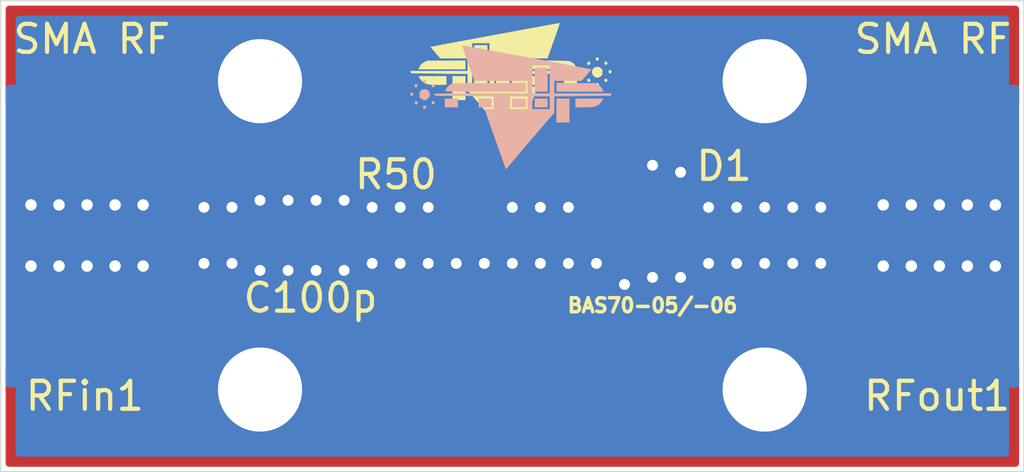
<source format=kicad_pcb>
(kicad_pcb (version 20171130) (host pcbnew "(5.1.7)-1")

  (general
    (thickness 1.6)
    (drawings 12)
    (tracks 54)
    (zones 0)
    (modules 7)
    (nets 5)
  )

  (page A4)
  (layers
    (0 F.Cu signal)
    (31 B.Cu signal)
    (32 B.Adhes user)
    (33 F.Adhes user)
    (34 B.Paste user)
    (35 F.Paste user)
    (36 B.SilkS user)
    (37 F.SilkS user)
    (38 B.Mask user)
    (39 F.Mask user)
    (40 Dwgs.User user)
    (41 Cmts.User user)
    (42 Eco1.User user)
    (43 Eco2.User user)
    (44 Edge.Cuts user)
    (45 Margin user)
    (46 B.CrtYd user)
    (47 F.CrtYd user)
    (48 B.Fab user)
    (49 F.Fab user)
  )

  (setup
    (last_trace_width 0.25)
    (user_trace_width 1)
    (trace_clearance 0.2)
    (zone_clearance 0.508)
    (zone_45_only no)
    (trace_min 0.2)
    (via_size 0.8)
    (via_drill 0.4)
    (via_min_size 0.4)
    (via_min_drill 0.3)
    (user_via 0.4 0.39)
    (user_via 3.01 3)
    (uvia_size 0.3)
    (uvia_drill 0.1)
    (uvias_allowed no)
    (uvia_min_size 0.2)
    (uvia_min_drill 0.1)
    (edge_width 0.05)
    (segment_width 0.2)
    (pcb_text_width 0.3)
    (pcb_text_size 1.5 1.5)
    (mod_edge_width 0.12)
    (mod_text_size 1 1)
    (mod_text_width 0.15)
    (pad_size 1.524 1.524)
    (pad_drill 0.762)
    (pad_to_mask_clearance 0)
    (aux_axis_origin 0 0)
    (grid_origin 139.35 79.87)
    (visible_elements 7FFFFFFF)
    (pcbplotparams
      (layerselection 0x010fc_ffffffff)
      (usegerberextensions false)
      (usegerberattributes true)
      (usegerberadvancedattributes true)
      (creategerberjobfile true)
      (excludeedgelayer true)
      (linewidth 0.100000)
      (plotframeref false)
      (viasonmask false)
      (mode 1)
      (useauxorigin false)
      (hpglpennumber 1)
      (hpglpenspeed 20)
      (hpglpendiameter 15.000000)
      (psnegative false)
      (psa4output false)
      (plotreference true)
      (plotvalue true)
      (plotinvisibletext false)
      (padsonsilk false)
      (subtractmaskfromsilk false)
      (outputformat 1)
      (mirror false)
      (drillshape 1)
      (scaleselection 1)
      (outputdirectory ""))
  )

  (net 0 "")
  (net 1 /EdgeNet)
  (net 2 /RFin)
  (net 3 /RFout)
  (net 4 GND)

  (net_class Default "This is the default net class."
    (clearance 0.2)
    (trace_width 0.25)
    (via_dia 0.8)
    (via_drill 0.4)
    (uvia_dia 0.3)
    (uvia_drill 0.1)
    (add_net /EdgeNet)
    (add_net /RFin)
    (add_net /RFout)
    (add_net GND)
  )

  (module "KiCAD libraries:qlm logo mono" (layer B.Cu) (tedit 0) (tstamp 5F99AB8E)
    (at 148.3 80.8 180)
    (fp_text reference G*** (at 0 0) (layer B.SilkS) hide
      (effects (font (size 1.524 1.524) (thickness 0.3)) (justify mirror))
    )
    (fp_text value LOGO (at 0.75 0) (layer B.SilkS) hide
      (effects (font (size 1.524 1.524) (thickness 0.3)) (justify mirror))
    )
    (fp_poly (pts (xy 1.735721 2.198458) (xy 1.73368 2.184751) (xy 1.722822 2.147505) (xy 1.702814 2.085761)
      (xy 1.673321 1.998559) (xy 1.634012 1.88494) (xy 1.584552 1.743946) (xy 1.524608 1.574617)
      (xy 1.453846 1.375995) (xy 1.371934 1.14712) (xy 1.317281 0.994834) (xy 1.300554 0.948267)
      (xy -0.592666 0.948267) (xy -0.592666 0.491067) (xy 1.064988 0.491067) (xy 1.344136 0.491007)
      (xy 1.591263 0.490808) (xy 1.808216 0.490446) (xy 1.996843 0.489894) (xy 2.158988 0.489127)
      (xy 2.2965 0.488118) (xy 2.411223 0.486841) (xy 2.505006 0.485272) (xy 2.579694 0.483384)
      (xy 2.637133 0.48115) (xy 2.67917 0.478547) (xy 2.707652 0.475546) (xy 2.724424 0.472123)
      (xy 2.731334 0.468252) (xy 2.731599 0.467731) (xy 2.735626 0.452922) (xy 2.733386 0.440702)
      (xy 2.722026 0.430822) (xy 2.698696 0.423036) (xy 2.660544 0.417096) (xy 2.604719 0.412755)
      (xy 2.528369 0.409764) (xy 2.428643 0.407877) (xy 2.30269 0.406846) (xy 2.147658 0.406424)
      (xy 2.02438 0.406359) (xy 1.857031 0.406045) (xy 1.684028 0.405172) (xy 1.512076 0.403811)
      (xy 1.347878 0.402033) (xy 1.198137 0.39991) (xy 1.069559 0.397514) (xy 0.9779 0.395196)
      (xy 0.6096 0.384074) (xy 0.6096 -0.067733) (xy 0.770467 -0.067733) (xy 0.839592 -0.068836)
      (xy 0.893838 -0.071801) (xy 0.925851 -0.076112) (xy 0.931334 -0.079033) (xy 0.925785 -0.096528)
      (xy 0.909774 -0.143208) (xy 0.884255 -0.216373) (xy 0.850182 -0.313322) (xy 0.808509 -0.431357)
      (xy 0.760189 -0.567776) (xy 0.706176 -0.719881) (xy 0.647424 -0.88497) (xy 0.584887 -1.060345)
      (xy 0.564944 -1.116199) (xy 0.501015 -1.29528) (xy 0.440226 -1.465727) (xy 0.383576 -1.624731)
      (xy 0.332062 -1.769482) (xy 0.286682 -1.89717) (xy 0.248437 -2.004985) (xy 0.218322 -2.090119)
      (xy 0.197338 -2.149761) (xy 0.186481 -2.181101) (xy 0.1854 -2.1844) (xy 0.17555 -2.208557)
      (xy 0.170789 -2.206523) (xy 0.159776 -2.190769) (xy 0.128331 -2.151371) (xy 0.078144 -2.09033)
      (xy 0.0109 -2.009647) (xy -0.071712 -1.911323) (xy -0.168004 -1.79736) (xy -0.276289 -1.66976)
      (xy -0.39488 -1.530524) (xy -0.522088 -1.381652) (xy -0.656225 -1.225148) (xy -0.6858 -1.190704)
      (xy -1.540933 -0.195094) (xy -1.540933 0.389467) (xy -1.388533 0.389467) (xy -1.388533 -0.067733)
      (xy -0.762 -0.067733) (xy -0.762 0.389467) (xy -0.592666 0.389467) (xy -0.592666 -0.067733)
      (xy 0.033867 -0.067733) (xy 0.033867 0.389467) (xy -0.592666 0.389467) (xy -0.762 0.389467)
      (xy -1.388533 0.389467) (xy -1.540933 0.389467) (xy -1.697567 0.391853) (xy -1.745786 0.392534)
      (xy -1.823853 0.393567) (xy -1.92775 0.394904) (xy -2.053461 0.396494) (xy -2.196969 0.398285)
      (xy -2.354257 0.400229) (xy -2.521308 0.402274) (xy -2.694105 0.40437) (xy -2.709333 0.404553)
      (xy -3.564466 0.414867) (xy -3.569878 0.452967) (xy -3.575289 0.491067) (xy -1.540933 0.491067)
      (xy -1.540933 0.948267) (xy -2.519768 0.948267) (xy -2.863402 1.345809) (xy -2.816001 1.357266)
      (xy -2.783941 1.364088) (xy -2.722028 1.376361) (xy -2.63259 1.393655) (xy -2.517958 1.415538)
      (xy -2.380459 1.441582) (xy -2.222425 1.471354) (xy -2.122344 1.490134) (xy -1.388533 1.490134)
      (xy -1.388533 0.491067) (xy -0.762 0.491067) (xy -0.762 1.490134) (xy -1.388533 1.490134)
      (xy -2.122344 1.490134) (xy -2.046184 1.504425) (xy -1.854065 1.540364) (xy -1.648398 1.57874)
      (xy -1.431512 1.619124) (xy -1.205736 1.661084) (xy -0.9734 1.704191) (xy -0.736833 1.748013)
      (xy -0.498365 1.79212) (xy -0.260324 1.836082) (xy -0.02504 1.879469) (xy 0.205158 1.921849)
      (xy 0.427939 1.962793) (xy 0.640976 2.001869) (xy 0.841938 2.038648) (xy 1.028497 2.072699)
      (xy 1.198323 2.103591) (xy 1.349086 2.130894) (xy 1.478457 2.154177) (xy 1.584108 2.173011)
      (xy 1.663708 2.186964) (xy 1.714929 2.195606) (xy 1.735441 2.198506) (xy 1.735721 2.198458)) (layer B.SilkS) (width 0.01))
    (fp_poly (pts (xy -1.6256 -0.541866) (xy -2.0828 -0.541866) (xy -2.0828 0.304801) (xy -1.6256 0.304801)
      (xy -1.6256 -0.541866)) (layer B.SilkS) (width 0.01))
    (fp_poly (pts (xy 3.126484 0.035911) (xy 3.132667 0.008467) (xy 3.122258 -0.022198) (xy 3.099163 -0.045572)
      (xy 3.076249 -0.049463) (xy 3.060583 -0.042969) (xy 3.052233 -0.039585) (xy 3.034725 -0.017268)
      (xy 3.032572 0.017786) (xy 3.045027 0.04852) (xy 3.056467 0.056924) (xy 3.098528 0.059505)
      (xy 3.126484 0.035911)) (layer B.SilkS) (width 0.01))
    (fp_poly (pts (xy -2.302933 0) (xy -2.595033 0.001856) (xy -2.696831 0.003285) (xy -2.79197 0.006055)
      (xy -2.873085 0.009844) (xy -2.932811 0.01433) (xy -2.957806 0.017685) (xy -3.068874 0.056298)
      (xy -3.164133 0.123445) (xy -3.239294 0.215812) (xy -3.258206 0.249767) (xy -3.285936 0.304801)
      (xy -2.302933 0.304801) (xy -2.302933 0)) (layer B.SilkS) (width 0.01))
    (fp_poly (pts (xy 1.151467 0) (xy 0.694267 0) (xy 0.694267 0.304801) (xy 1.151467 0.304801)
      (xy 1.151467 0)) (layer B.SilkS) (width 0.01))
    (fp_poly (pts (xy 2.353734 0) (xy 1.896534 0) (xy 1.896534 0.304801) (xy 2.353734 0.304801)
      (xy 2.353734 0)) (layer B.SilkS) (width 0.01))
    (fp_poly (pts (xy 2.820283 0.189394) (xy 2.82455 0.154615) (xy 2.807945 0.116574) (xy 2.772904 0.105948)
      (xy 2.747434 0.11262) (xy 2.729906 0.135166) (xy 2.727797 0.170356) (xy 2.74036 0.201078)
      (xy 2.751667 0.209324) (xy 2.794137 0.212696) (xy 2.820283 0.189394)) (layer B.SilkS) (width 0.01))
    (fp_poly (pts (xy 3.429883 0.189394) (xy 3.43415 0.154615) (xy 3.417545 0.116574) (xy 3.382504 0.105948)
      (xy 3.357033 0.11262) (xy 3.339506 0.135166) (xy 3.337397 0.170356) (xy 3.34996 0.201078)
      (xy 3.361267 0.209324) (xy 3.403737 0.212696) (xy 3.429883 0.189394)) (layer B.SilkS) (width 0.01))
    (fp_poly (pts (xy 3.137562 0.632262) (xy 3.174355 0.620064) (xy 3.207031 0.592431) (xy 3.218723 0.5797)
      (xy 3.258094 0.525732) (xy 3.267119 0.486114) (xy 3.245809 0.461125) (xy 3.2131 0.452517)
      (xy 3.158067 0.445687) (xy 3.2131 0.442977) (xy 3.25447 0.433472) (xy 3.267558 0.408884)
      (xy 3.252988 0.366868) (xy 3.239272 0.344228) (xy 3.201361 0.306353) (xy 3.147492 0.273796)
      (xy 3.09364 0.255493) (xy 3.078177 0.254105) (xy 3.048939 0.261492) (xy 3.007847 0.27924)
      (xy 3.005667 0.280352) (xy 2.940693 0.3298) (xy 2.902883 0.393276) (xy 2.893601 0.464049)
      (xy 2.914211 0.535391) (xy 2.945011 0.5797) (xy 2.97943 0.613375) (xy 3.01335 0.62975)
      (xy 3.061557 0.6348) (xy 3.081867 0.635) (xy 3.137562 0.632262)) (layer B.SilkS) (width 0.01))
    (fp_poly (pts (xy 3.582283 0.494194) (xy 3.58655 0.459415) (xy 3.569945 0.421374) (xy 3.534904 0.410748)
      (xy 3.509433 0.41742) (xy 3.491906 0.439966) (xy 3.489797 0.475156) (xy 3.50236 0.505878)
      (xy 3.513667 0.514124) (xy 3.556137 0.517496) (xy 3.582283 0.494194)) (layer B.SilkS) (width 0.01))
    (fp_poly (pts (xy -1.6256 0.558801) (xy -3.287349 0.558801) (xy -3.276095 0.596901) (xy -3.232092 0.68733)
      (xy -3.159226 0.762359) (xy -3.086963 0.806899) (xy -2.988733 0.855134) (xy -2.307166 0.860253)
      (xy -1.6256 0.865372) (xy -1.6256 0.558801)) (layer B.SilkS) (width 0.01))
    (fp_poly (pts (xy 0.766234 0.859969) (xy 1.007088 0.859025) (xy 1.216425 0.858083) (xy 1.396593 0.85708)
      (xy 1.54994 0.855956) (xy 1.678816 0.85465) (xy 1.78557 0.8531) (xy 1.87255 0.851247)
      (xy 1.942105 0.849028) (xy 1.996583 0.846383) (xy 2.038334 0.84325) (xy 2.069707 0.83957)
      (xy 2.09305 0.83528) (xy 2.110711 0.830321) (xy 2.124902 0.824692) (xy 2.178114 0.796094)
      (xy 2.224611 0.763736) (xy 2.232384 0.756959) (xy 2.263879 0.719968) (xy 2.2963 0.670562)
      (xy 2.322728 0.620704) (xy 2.336245 0.582356) (xy 2.3368 0.576408) (xy 2.322216 0.572876)
      (xy 2.278129 0.569755) (xy 2.204035 0.567038) (xy 2.099432 0.564719) (xy 1.963815 0.562792)
      (xy 1.796683 0.561251) (xy 1.597531 0.560089) (xy 1.365856 0.559301) (xy 1.101156 0.55888)
      (xy 0.905934 0.558801) (xy -0.524933 0.558801) (xy -0.524933 0.864803) (xy 0.766234 0.859969)) (layer B.SilkS) (width 0.01))
    (fp_poly (pts (xy 2.821684 0.797911) (xy 2.827867 0.770467) (xy 2.815204 0.735507) (xy 2.785668 0.714201)
      (xy 2.751939 0.713287) (xy 2.737556 0.722489) (xy 2.726368 0.75213) (xy 2.730386 0.789511)
      (xy 2.746937 0.816365) (xy 2.751667 0.818924) (xy 2.793728 0.821505) (xy 2.821684 0.797911)) (layer B.SilkS) (width 0.01))
    (fp_poly (pts (xy 3.429883 0.798994) (xy 3.43415 0.764215) (xy 3.417545 0.726174) (xy 3.382504 0.715548)
      (xy 3.357033 0.72222) (xy 3.339506 0.744766) (xy 3.337397 0.779956) (xy 3.34996 0.810678)
      (xy 3.361267 0.818924) (xy 3.403737 0.822296) (xy 3.429883 0.798994)) (layer B.SilkS) (width 0.01))
    (fp_poly (pts (xy 3.125089 0.951353) (xy 3.12935 0.916471) (xy 3.113108 0.882255) (xy 3.082346 0.864195)
      (xy 3.050028 0.868646) (xy 3.04307 0.874175) (xy 3.031376 0.904178) (xy 3.035056 0.941711)
      (xy 3.051615 0.968699) (xy 3.056467 0.971324) (xy 3.098958 0.9747) (xy 3.125089 0.951353)) (layer B.SilkS) (width 0.01))
    (fp_poly (pts (xy -0.846666 0) (xy -1.303866 0) (xy -1.303866 0.304801) (xy -0.846666 0.304801)
      (xy -0.846666 0)) (layer B.SilkS) (width 0.01))
    (fp_poly (pts (xy -0.0508 0) (xy -0.524933 0) (xy -0.524933 0.304801) (xy -0.0508 0.304801)
      (xy -0.0508 0)) (layer B.SilkS) (width 0.01))
    (fp_poly (pts (xy -0.846666 0.558801) (xy -1.303866 0.558801) (xy -1.303866 1.405467) (xy -0.846666 1.405467)
      (xy -0.846666 0.558801)) (layer B.SilkS) (width 0.01))
  )

  (module "Edge detector circuit:BAS70-06" (layer F.Cu) (tedit 5F9959B1) (tstamp 5F98FE0B)
    (at 152.3 85 270)
    (path /5F998732)
    (fp_text reference D1 (at -2.1 -3.6 180) (layer F.SilkS)
      (effects (font (size 1 1) (thickness 0.15)))
    )
    (fp_text value BAV70 (at 0 -0.5 270) (layer F.Fab)
      (effects (font (size 1 1) (thickness 0.15)))
    )
    (fp_text user BAS70-05/-06 (at 2.87 -1.05) (layer F.SilkS)
      (effects (font (size 0.5 0.5) (thickness 0.125)))
    )
    (fp_line (start -1.45 0.15) (end -1.45 -2.25) (layer F.CrtYd) (width 0.12))
    (fp_line (start 1.45 0.15) (end -1.45 0.15) (layer F.CrtYd) (width 0.12))
    (fp_line (start 1.45 -2.25) (end 1.45 0.15) (layer F.CrtYd) (width 0.12))
    (fp_line (start -1.45 -2.25) (end 1.45 -2.25) (layer F.CrtYd) (width 0.12))
    (pad 3 smd rect (at 0 -2.2 270) (size 0.8 0.9) (layers F.Cu F.Mask)
      (net 3 /RFout))
    (pad 2 smd rect (at 1 0 270) (size 0.8 0.9) (layers F.Cu F.Mask)
      (net 1 /EdgeNet))
    (pad 1 smd rect (at -1 0 270) (size 0.8 0.9) (layers F.Cu F.Mask)
      (net 4 GND))
    (model "C:/Users/Josh Rogers/Documents/SamacSys_PCB_Library/KiCad/3D_Models/infineon SOT23 diode.stp"
      (offset (xyz 0 1.1 0))
      (scale (xyz 1 1 1))
      (rotate (xyz -90 0 90))
    )
  )

  (module "KiCAD libraries:qlm logo mono" (layer F.Cu) (tedit 0) (tstamp 5F99A315)
    (at 148.3 80)
    (fp_text reference G*** (at 0 0) (layer F.SilkS) hide
      (effects (font (size 1.524 1.524) (thickness 0.3)))
    )
    (fp_text value LOGO (at 0.75 0) (layer F.SilkS) hide
      (effects (font (size 1.524 1.524) (thickness 0.3)))
    )
    (fp_poly (pts (xy 1.735721 -2.198458) (xy 1.73368 -2.184751) (xy 1.722822 -2.147505) (xy 1.702814 -2.085761)
      (xy 1.673321 -1.998559) (xy 1.634012 -1.88494) (xy 1.584552 -1.743946) (xy 1.524608 -1.574617)
      (xy 1.453846 -1.375995) (xy 1.371934 -1.14712) (xy 1.317281 -0.994834) (xy 1.300554 -0.948267)
      (xy -0.592666 -0.948267) (xy -0.592666 -0.491067) (xy 1.064988 -0.491067) (xy 1.344136 -0.491007)
      (xy 1.591263 -0.490808) (xy 1.808216 -0.490446) (xy 1.996843 -0.489894) (xy 2.158988 -0.489127)
      (xy 2.2965 -0.488118) (xy 2.411223 -0.486841) (xy 2.505006 -0.485272) (xy 2.579694 -0.483384)
      (xy 2.637133 -0.48115) (xy 2.67917 -0.478547) (xy 2.707652 -0.475546) (xy 2.724424 -0.472123)
      (xy 2.731334 -0.468252) (xy 2.731599 -0.467731) (xy 2.735626 -0.452922) (xy 2.733386 -0.440702)
      (xy 2.722026 -0.430822) (xy 2.698696 -0.423036) (xy 2.660544 -0.417096) (xy 2.604719 -0.412755)
      (xy 2.528369 -0.409764) (xy 2.428643 -0.407877) (xy 2.30269 -0.406846) (xy 2.147658 -0.406424)
      (xy 2.02438 -0.406359) (xy 1.857031 -0.406045) (xy 1.684028 -0.405172) (xy 1.512076 -0.403811)
      (xy 1.347878 -0.402033) (xy 1.198137 -0.39991) (xy 1.069559 -0.397514) (xy 0.9779 -0.395196)
      (xy 0.6096 -0.384074) (xy 0.6096 0.067733) (xy 0.770467 0.067733) (xy 0.839592 0.068836)
      (xy 0.893838 0.071801) (xy 0.925851 0.076112) (xy 0.931334 0.079033) (xy 0.925785 0.096528)
      (xy 0.909774 0.143208) (xy 0.884255 0.216373) (xy 0.850182 0.313322) (xy 0.808509 0.431357)
      (xy 0.760189 0.567776) (xy 0.706176 0.719881) (xy 0.647424 0.88497) (xy 0.584887 1.060345)
      (xy 0.564944 1.116199) (xy 0.501015 1.29528) (xy 0.440226 1.465727) (xy 0.383576 1.624731)
      (xy 0.332062 1.769482) (xy 0.286682 1.89717) (xy 0.248437 2.004985) (xy 0.218322 2.090119)
      (xy 0.197338 2.149761) (xy 0.186481 2.181101) (xy 0.1854 2.1844) (xy 0.17555 2.208557)
      (xy 0.170789 2.206523) (xy 0.159776 2.190769) (xy 0.128331 2.151371) (xy 0.078144 2.09033)
      (xy 0.0109 2.009647) (xy -0.071712 1.911323) (xy -0.168004 1.79736) (xy -0.276289 1.66976)
      (xy -0.39488 1.530524) (xy -0.522088 1.381652) (xy -0.656225 1.225148) (xy -0.6858 1.190704)
      (xy -1.540933 0.195094) (xy -1.540933 -0.389467) (xy -1.388533 -0.389467) (xy -1.388533 0.067733)
      (xy -0.762 0.067733) (xy -0.762 -0.389467) (xy -0.592666 -0.389467) (xy -0.592666 0.067733)
      (xy 0.033867 0.067733) (xy 0.033867 -0.389467) (xy -0.592666 -0.389467) (xy -0.762 -0.389467)
      (xy -1.388533 -0.389467) (xy -1.540933 -0.389467) (xy -1.697567 -0.391853) (xy -1.745786 -0.392534)
      (xy -1.823853 -0.393567) (xy -1.92775 -0.394904) (xy -2.053461 -0.396494) (xy -2.196969 -0.398285)
      (xy -2.354257 -0.400229) (xy -2.521308 -0.402274) (xy -2.694105 -0.40437) (xy -2.709333 -0.404553)
      (xy -3.564466 -0.414867) (xy -3.569878 -0.452967) (xy -3.575289 -0.491067) (xy -1.540933 -0.491067)
      (xy -1.540933 -0.948267) (xy -2.519768 -0.948267) (xy -2.863402 -1.345809) (xy -2.816001 -1.357266)
      (xy -2.783941 -1.364088) (xy -2.722028 -1.376361) (xy -2.63259 -1.393655) (xy -2.517958 -1.415538)
      (xy -2.380459 -1.441582) (xy -2.222425 -1.471354) (xy -2.122344 -1.490134) (xy -1.388533 -1.490134)
      (xy -1.388533 -0.491067) (xy -0.762 -0.491067) (xy -0.762 -1.490134) (xy -1.388533 -1.490134)
      (xy -2.122344 -1.490134) (xy -2.046184 -1.504425) (xy -1.854065 -1.540364) (xy -1.648398 -1.57874)
      (xy -1.431512 -1.619124) (xy -1.205736 -1.661084) (xy -0.9734 -1.704191) (xy -0.736833 -1.748013)
      (xy -0.498365 -1.79212) (xy -0.260324 -1.836082) (xy -0.02504 -1.879469) (xy 0.205158 -1.921849)
      (xy 0.427939 -1.962793) (xy 0.640976 -2.001869) (xy 0.841938 -2.038648) (xy 1.028497 -2.072699)
      (xy 1.198323 -2.103591) (xy 1.349086 -2.130894) (xy 1.478457 -2.154177) (xy 1.584108 -2.173011)
      (xy 1.663708 -2.186964) (xy 1.714929 -2.195606) (xy 1.735441 -2.198506) (xy 1.735721 -2.198458)) (layer F.SilkS) (width 0.01))
    (fp_poly (pts (xy -1.6256 0.541866) (xy -2.0828 0.541866) (xy -2.0828 -0.304801) (xy -1.6256 -0.304801)
      (xy -1.6256 0.541866)) (layer F.SilkS) (width 0.01))
    (fp_poly (pts (xy 3.126484 -0.035911) (xy 3.132667 -0.008467) (xy 3.122258 0.022198) (xy 3.099163 0.045572)
      (xy 3.076249 0.049463) (xy 3.060583 0.042969) (xy 3.052233 0.039585) (xy 3.034725 0.017268)
      (xy 3.032572 -0.017786) (xy 3.045027 -0.04852) (xy 3.056467 -0.056924) (xy 3.098528 -0.059505)
      (xy 3.126484 -0.035911)) (layer F.SilkS) (width 0.01))
    (fp_poly (pts (xy -2.302933 0) (xy -2.595033 -0.001856) (xy -2.696831 -0.003285) (xy -2.79197 -0.006055)
      (xy -2.873085 -0.009844) (xy -2.932811 -0.01433) (xy -2.957806 -0.017685) (xy -3.068874 -0.056298)
      (xy -3.164133 -0.123445) (xy -3.239294 -0.215812) (xy -3.258206 -0.249767) (xy -3.285936 -0.304801)
      (xy -2.302933 -0.304801) (xy -2.302933 0)) (layer F.SilkS) (width 0.01))
    (fp_poly (pts (xy 1.151467 0) (xy 0.694267 0) (xy 0.694267 -0.304801) (xy 1.151467 -0.304801)
      (xy 1.151467 0)) (layer F.SilkS) (width 0.01))
    (fp_poly (pts (xy 2.353734 0) (xy 1.896534 0) (xy 1.896534 -0.304801) (xy 2.353734 -0.304801)
      (xy 2.353734 0)) (layer F.SilkS) (width 0.01))
    (fp_poly (pts (xy 2.820283 -0.189394) (xy 2.82455 -0.154615) (xy 2.807945 -0.116574) (xy 2.772904 -0.105948)
      (xy 2.747434 -0.11262) (xy 2.729906 -0.135166) (xy 2.727797 -0.170356) (xy 2.74036 -0.201078)
      (xy 2.751667 -0.209324) (xy 2.794137 -0.212696) (xy 2.820283 -0.189394)) (layer F.SilkS) (width 0.01))
    (fp_poly (pts (xy 3.429883 -0.189394) (xy 3.43415 -0.154615) (xy 3.417545 -0.116574) (xy 3.382504 -0.105948)
      (xy 3.357033 -0.11262) (xy 3.339506 -0.135166) (xy 3.337397 -0.170356) (xy 3.34996 -0.201078)
      (xy 3.361267 -0.209324) (xy 3.403737 -0.212696) (xy 3.429883 -0.189394)) (layer F.SilkS) (width 0.01))
    (fp_poly (pts (xy 3.137562 -0.632262) (xy 3.174355 -0.620064) (xy 3.207031 -0.592431) (xy 3.218723 -0.5797)
      (xy 3.258094 -0.525732) (xy 3.267119 -0.486114) (xy 3.245809 -0.461125) (xy 3.2131 -0.452517)
      (xy 3.158067 -0.445687) (xy 3.2131 -0.442977) (xy 3.25447 -0.433472) (xy 3.267558 -0.408884)
      (xy 3.252988 -0.366868) (xy 3.239272 -0.344228) (xy 3.201361 -0.306353) (xy 3.147492 -0.273796)
      (xy 3.09364 -0.255493) (xy 3.078177 -0.254105) (xy 3.048939 -0.261492) (xy 3.007847 -0.27924)
      (xy 3.005667 -0.280352) (xy 2.940693 -0.3298) (xy 2.902883 -0.393276) (xy 2.893601 -0.464049)
      (xy 2.914211 -0.535391) (xy 2.945011 -0.5797) (xy 2.97943 -0.613375) (xy 3.01335 -0.62975)
      (xy 3.061557 -0.6348) (xy 3.081867 -0.635) (xy 3.137562 -0.632262)) (layer F.SilkS) (width 0.01))
    (fp_poly (pts (xy 3.582283 -0.494194) (xy 3.58655 -0.459415) (xy 3.569945 -0.421374) (xy 3.534904 -0.410748)
      (xy 3.509433 -0.41742) (xy 3.491906 -0.439966) (xy 3.489797 -0.475156) (xy 3.50236 -0.505878)
      (xy 3.513667 -0.514124) (xy 3.556137 -0.517496) (xy 3.582283 -0.494194)) (layer F.SilkS) (width 0.01))
    (fp_poly (pts (xy -1.6256 -0.558801) (xy -3.287349 -0.558801) (xy -3.276095 -0.596901) (xy -3.232092 -0.68733)
      (xy -3.159226 -0.762359) (xy -3.086963 -0.806899) (xy -2.988733 -0.855134) (xy -2.307166 -0.860253)
      (xy -1.6256 -0.865372) (xy -1.6256 -0.558801)) (layer F.SilkS) (width 0.01))
    (fp_poly (pts (xy 0.766234 -0.859969) (xy 1.007088 -0.859025) (xy 1.216425 -0.858083) (xy 1.396593 -0.85708)
      (xy 1.54994 -0.855956) (xy 1.678816 -0.85465) (xy 1.78557 -0.8531) (xy 1.87255 -0.851247)
      (xy 1.942105 -0.849028) (xy 1.996583 -0.846383) (xy 2.038334 -0.84325) (xy 2.069707 -0.83957)
      (xy 2.09305 -0.83528) (xy 2.110711 -0.830321) (xy 2.124902 -0.824692) (xy 2.178114 -0.796094)
      (xy 2.224611 -0.763736) (xy 2.232384 -0.756959) (xy 2.263879 -0.719968) (xy 2.2963 -0.670562)
      (xy 2.322728 -0.620704) (xy 2.336245 -0.582356) (xy 2.3368 -0.576408) (xy 2.322216 -0.572876)
      (xy 2.278129 -0.569755) (xy 2.204035 -0.567038) (xy 2.099432 -0.564719) (xy 1.963815 -0.562792)
      (xy 1.796683 -0.561251) (xy 1.597531 -0.560089) (xy 1.365856 -0.559301) (xy 1.101156 -0.55888)
      (xy 0.905934 -0.558801) (xy -0.524933 -0.558801) (xy -0.524933 -0.864803) (xy 0.766234 -0.859969)) (layer F.SilkS) (width 0.01))
    (fp_poly (pts (xy 2.821684 -0.797911) (xy 2.827867 -0.770467) (xy 2.815204 -0.735507) (xy 2.785668 -0.714201)
      (xy 2.751939 -0.713287) (xy 2.737556 -0.722489) (xy 2.726368 -0.75213) (xy 2.730386 -0.789511)
      (xy 2.746937 -0.816365) (xy 2.751667 -0.818924) (xy 2.793728 -0.821505) (xy 2.821684 -0.797911)) (layer F.SilkS) (width 0.01))
    (fp_poly (pts (xy 3.429883 -0.798994) (xy 3.43415 -0.764215) (xy 3.417545 -0.726174) (xy 3.382504 -0.715548)
      (xy 3.357033 -0.72222) (xy 3.339506 -0.744766) (xy 3.337397 -0.779956) (xy 3.34996 -0.810678)
      (xy 3.361267 -0.818924) (xy 3.403737 -0.822296) (xy 3.429883 -0.798994)) (layer F.SilkS) (width 0.01))
    (fp_poly (pts (xy 3.125089 -0.951353) (xy 3.12935 -0.916471) (xy 3.113108 -0.882255) (xy 3.082346 -0.864195)
      (xy 3.050028 -0.868646) (xy 3.04307 -0.874175) (xy 3.031376 -0.904178) (xy 3.035056 -0.941711)
      (xy 3.051615 -0.968699) (xy 3.056467 -0.971324) (xy 3.098958 -0.9747) (xy 3.125089 -0.951353)) (layer F.SilkS) (width 0.01))
    (fp_poly (pts (xy -0.846666 0) (xy -1.303866 0) (xy -1.303866 -0.304801) (xy -0.846666 -0.304801)
      (xy -0.846666 0)) (layer F.SilkS) (width 0.01))
    (fp_poly (pts (xy -0.0508 0) (xy -0.524933 0) (xy -0.524933 -0.304801) (xy -0.0508 -0.304801)
      (xy -0.0508 0)) (layer F.SilkS) (width 0.01))
    (fp_poly (pts (xy -0.846666 -0.558801) (xy -1.303866 -0.558801) (xy -1.303866 -1.405467) (xy -0.846666 -1.405467)
      (xy -0.846666 -0.558801)) (layer F.SilkS) (width 0.01))
  )

  (module "Edge detector circuit:MurataCap" (layer F.Cu) (tedit 5F995587) (tstamp 5F98FDFF)
    (at 140.9 85.4)
    (path /5F990417)
    (fp_text reference C100p (at 0.25 2.2) (layer F.SilkS)
      (effects (font (size 1 1) (thickness 0.15)))
    )
    (fp_text value GQM2195C2E101GB12D (at 0.2 -2.15) (layer F.Fab)
      (effects (font (size 1 1) (thickness 0.15)))
    )
    (fp_line (start -1.5 -1) (end 1.5 -1) (layer F.CrtYd) (width 0.12))
    (fp_line (start 1.5 -1) (end 1.5 1) (layer F.CrtYd) (width 0.12))
    (fp_line (start 1.5 1) (end -1.5 1) (layer F.CrtYd) (width 0.12))
    (fp_line (start -1.5 1) (end -1.5 -1) (layer F.CrtYd) (width 0.12))
    (pad 2 smd rect (at 0.825 0) (size 0.95 1.45) (layers F.Cu F.Mask)
      (net 1 /EdgeNet))
    (pad 1 smd rect (at -0.825 0) (size 0.95 1.45) (layers F.Cu F.Mask)
      (net 2 /RFin))
    (model "C:/Users/Josh Rogers/Documents/SamacSys_PCB_Library/KiCad/3D_Models/GQM2195C2E101GB12D.step"
      (at (xyz 0 0 0))
      (scale (xyz 1 1 1))
      (rotate (xyz 0 0 0))
    )
  )

  (module "Edge detector circuit:VishayRFResistor" (layer F.Cu) (tedit 5F995B18) (tstamp 5F98FE15)
    (at 146.8 84.2 90)
    (path /5F9860E7)
    (fp_text reference R50 (at 1 -2.6) (layer F.SilkS)
      (effects (font (size 1 1) (thickness 0.15)))
    )
    (fp_text value 50 (at 0.45 -1.65 90) (layer F.Fab)
      (effects (font (size 1 1) (thickness 0.15)))
    )
    (fp_line (start -0.85 -0.65) (end 0.85 -0.65) (layer F.CrtYd) (width 0.12))
    (fp_line (start 0.85 -0.65) (end 0.85 0.65) (layer F.CrtYd) (width 0.12))
    (fp_line (start 0.85 0.65) (end -0.85 0.65) (layer F.CrtYd) (width 0.12))
    (fp_line (start -0.85 0.65) (end -0.85 -0.65) (layer F.CrtYd) (width 0.12))
    (pad 2 smd rect (at 0.85 0 90) (size 0.75 0.95) (layers F.Cu F.Mask)
      (net 4 GND))
    (pad 1 smd rect (at -0.85 0 90) (size 0.75 0.95) (layers F.Cu F.Mask)
      (net 1 /EdgeNet))
    (model "C:/Users/Josh Rogers/Documents/SamacSys_PCB_Library/KiCad/3D_Models/vishay RF resistor R50 0603 case.stp"
      (at (xyz 0 0 0))
      (scale (xyz 1 1 1))
      (rotate (xyz 0 0 0))
    )
  )

  (module "Edge detector circuit:SMAEdgeMountLinxCONSMA021.062-G" (layer F.Cu) (tedit 5FA134C1) (tstamp 5F98FE39)
    (at 160.879999 85.374999 180)
    (path /5F981724)
    (fp_text reference RFout1 (at -2.620001 -5.725001) (layer F.SilkS)
      (effects (font (size 1 1) (thickness 0.15)))
    )
    (fp_text value Conn_Coaxial (at 3.23 -5.56) (layer F.Fab)
      (effects (font (size 1 1) (thickness 0.15)))
    )
    (fp_text user "SMA RF" (at -2.470001 7.004999) (layer F.SilkS)
      (effects (font (size 1 1) (thickness 0.15)))
    )
    (fp_poly (pts (xy -2.54 0.5) (xy -5.54 0.5) (xy -5.54 -0.5) (xy -2.54 -0.5)) (layer F.Mask) (width 0))
    (pad 2 smd rect (at -1.04 0 180) (size 3 5) (layers B.Cu)
      (net 4 GND))
    (pad 2 smd rect (at -4.04 0 180) (size 3 7) (layers B.Cu B.Mask)
      (net 4 GND))
    (pad 2 thru_hole circle (at -0.7 -1.09 180) (size 0.5 0.5) (drill 0.41) (layers *.Cu F.Mask)
      (net 4 GND))
    (pad 2 thru_hole circle (at -1.7 -1.09 180) (size 0.5 0.5) (drill 0.41) (layers *.Cu F.Mask)
      (net 4 GND))
    (pad 2 thru_hole circle (at -2.7 -1.09 180) (size 0.5 0.5) (drill 0.41) (layers *.Cu F.Mask)
      (net 4 GND))
    (pad 2 thru_hole circle (at -3.7 -1.09 180) (size 0.5 0.5) (drill 0.41) (layers *.Cu F.Mask)
      (net 4 GND))
    (pad 2 thru_hole circle (at -4.7 -1.09 180) (size 0.5 0.5) (drill 0.41) (layers *.Cu F.Mask)
      (net 4 GND))
    (pad 2 thru_hole circle (at -0.7 1.09 180) (size 0.5 0.5) (drill 0.41) (layers *.Cu F.Mask)
      (net 4 GND))
    (pad 2 thru_hole circle (at -1.7 1.09 180) (size 0.5 0.5) (drill 0.41) (layers *.Cu F.Mask)
      (net 4 GND))
    (pad 2 thru_hole circle (at -2.7 1.09 180) (size 0.5 0.5) (drill 0.41) (layers *.Cu F.Mask)
      (net 4 GND))
    (pad 2 thru_hole circle (at -3.7 1.09 180) (size 0.5 0.5) (drill 0.41) (layers *.Cu F.Mask)
      (net 4 GND))
    (pad 2 thru_hole circle (at -4.7 1.09 180) (size 0.5 0.5) (drill 0.41) (layers *.Cu F.Mask)
      (net 4 GND))
    (pad 2 connect rect (at -2.77 2.3575 180) (size 5.54 3.415) (layers F.Cu F.Mask)
      (net 4 GND))
    (pad 2 connect rect (at -2.77 -2.3575 180) (size 5.54 3.415) (layers F.Cu F.Mask)
      (net 4 GND))
    (pad 1 connect rect (at -2.04 0 180) (size 7 1) (layers F.Cu)
      (net 3 /RFout))
    (model "C:/Users/Josh Rogers/Documents/SamacSys_PCB_Library/KiCad/3D_Models/Linx SMA Edge connector.stp"
      (offset (xyz -15.2 0 0.125))
      (scale (xyz 1 1 1))
      (rotate (xyz 0 -90 90))
    )
  )

  (module "Edge detector circuit:SMAEdgeMountLinxCONSMA021.062-G" (layer F.Cu) (tedit 5FA134C1) (tstamp 5F98FE27)
    (at 135.879999 85.374999)
    (path /5F97FF1C)
    (fp_text reference RFin1 (at -2.779999 5.725001) (layer F.SilkS)
      (effects (font (size 1 1) (thickness 0.15)))
    )
    (fp_text value Conn_Coaxial (at 3.23 -5.56) (layer F.Fab)
      (effects (font (size 1 1) (thickness 0.15)))
    )
    (fp_text user "SMA RF" (at -2.529999 -7.004999) (layer F.SilkS)
      (effects (font (size 1 1) (thickness 0.15)))
    )
    (fp_poly (pts (xy -2.54 0.5) (xy -5.54 0.5) (xy -5.54 -0.5) (xy -2.54 -0.5)) (layer F.Mask) (width 0))
    (pad 2 smd rect (at -1.04 0) (size 3 5) (layers B.Cu)
      (net 4 GND))
    (pad 2 smd rect (at -4.04 0) (size 3 7) (layers B.Cu B.Mask)
      (net 4 GND))
    (pad 2 thru_hole circle (at -0.7 -1.09) (size 0.5 0.5) (drill 0.41) (layers *.Cu F.Mask)
      (net 4 GND))
    (pad 2 thru_hole circle (at -1.7 -1.09) (size 0.5 0.5) (drill 0.41) (layers *.Cu F.Mask)
      (net 4 GND))
    (pad 2 thru_hole circle (at -2.7 -1.09) (size 0.5 0.5) (drill 0.41) (layers *.Cu F.Mask)
      (net 4 GND))
    (pad 2 thru_hole circle (at -3.7 -1.09) (size 0.5 0.5) (drill 0.41) (layers *.Cu F.Mask)
      (net 4 GND))
    (pad 2 thru_hole circle (at -4.7 -1.09) (size 0.5 0.5) (drill 0.41) (layers *.Cu F.Mask)
      (net 4 GND))
    (pad 2 thru_hole circle (at -0.7 1.09) (size 0.5 0.5) (drill 0.41) (layers *.Cu F.Mask)
      (net 4 GND))
    (pad 2 thru_hole circle (at -1.7 1.09) (size 0.5 0.5) (drill 0.41) (layers *.Cu F.Mask)
      (net 4 GND))
    (pad 2 thru_hole circle (at -2.7 1.09) (size 0.5 0.5) (drill 0.41) (layers *.Cu F.Mask)
      (net 4 GND))
    (pad 2 thru_hole circle (at -3.7 1.09) (size 0.5 0.5) (drill 0.41) (layers *.Cu F.Mask)
      (net 4 GND))
    (pad 2 thru_hole circle (at -4.7 1.09) (size 0.5 0.5) (drill 0.41) (layers *.Cu F.Mask)
      (net 4 GND))
    (pad 2 connect rect (at -2.77 2.3575) (size 5.54 3.415) (layers F.Cu F.Mask)
      (net 4 GND))
    (pad 2 connect rect (at -2.77 -2.3575) (size 5.54 3.415) (layers F.Cu F.Mask)
      (net 4 GND))
    (pad 1 connect rect (at -2.04 0) (size 7 1) (layers F.Cu)
      (net 2 /RFin))
    (model "C:/Users/Josh Rogers/Documents/SamacSys_PCB_Library/KiCad/3D_Models/Linx SMA Edge connector.stp"
      (offset (xyz -15.2 0 0.125))
      (scale (xyz 1 1 1))
      (rotate (xyz 0 -90 90))
    )
  )

  (gr_circle (center 139.35 90.87) (end 140.6 90.87) (layer F.Mask) (width 2.5) (tstamp 5F9BDE5C))
  (gr_circle (center 157.35 90.87) (end 158.6 90.87) (layer F.Mask) (width 2.5) (tstamp 5F9BDE47))
  (gr_circle (center 157.35 79.87) (end 158.6 79.87) (layer F.Mask) (width 2.5) (tstamp 5F9BDE43))
  (gr_circle (center 139.35 79.87) (end 140.6 79.87) (layer F.Mask) (width 2.5))
  (gr_line (start 130.1 93.8) (end 130.1 90.8) (layer Edge.Cuts) (width 0.05) (tstamp 5F9945FD))
  (gr_line (start 166.6 90.8) (end 166.6 93.8) (layer Edge.Cuts) (width 0.05) (tstamp 5F9945FC))
  (gr_line (start 166.6 77) (end 166.6 80) (layer Edge.Cuts) (width 0.05) (tstamp 5F9945FB))
  (gr_line (start 130.1 80) (end 130.1 77) (layer Edge.Cuts) (width 0.05) (tstamp 5F9945FA))
  (gr_line (start 130.1 90.8) (end 130.1 80) (layer Edge.Cuts) (width 0.05))
  (gr_line (start 166.6 93.8) (end 130.1 93.8) (layer Edge.Cuts) (width 0.05))
  (gr_line (start 166.6 80) (end 166.6 90.8) (layer Edge.Cuts) (width 0.05))
  (gr_line (start 130.1 77) (end 166.6 77) (layer Edge.Cuts) (width 0.05))

  (segment (start 151.7 85.4) (end 152.3 86) (width 1) (layer F.Cu) (net 1))
  (segment (start 146.8 85.05) (end 146.8 85.4) (width 1) (layer F.Cu) (net 1))
  (segment (start 146.8 85.4) (end 151.7 85.4) (width 1) (layer F.Cu) (net 1))
  (segment (start 141.725 85.4) (end 146.8 85.4) (width 1) (layer F.Cu) (net 1))
  (segment (start 140.049999 85.374999) (end 140.075 85.4) (width 0.25) (layer F.Cu) (net 2))
  (segment (start 133.839999 85.374999) (end 140.049999 85.374999) (width 1) (layer F.Cu) (net 2))
  (segment (start 154.875001 85.374999) (end 160.269997 85.374999) (width 1) (layer F.Cu) (net 3))
  (segment (start 154.5 85) (end 154.875001 85.374999) (width 1) (layer F.Cu) (net 3))
  (via (at 137.35 86.37) (size 0.4) (drill 0.39) (layers F.Cu B.Cu) (net 4))
  (via (at 138.35 86.37) (size 0.4) (drill 0.39) (layers F.Cu B.Cu) (net 4))
  (via (at 137.35 84.37) (size 0.4) (drill 0.39) (layers F.Cu B.Cu) (net 4))
  (via (at 138.35 84.37) (size 0.4) (drill 0.39) (layers F.Cu B.Cu) (net 4))
  (via (at 143.35 84.37) (size 0.4) (drill 0.39) (layers F.Cu B.Cu) (net 4))
  (via (at 144.35 84.37) (size 0.4) (drill 0.39) (layers F.Cu B.Cu) (net 4))
  (via (at 145.35 84.37) (size 0.4) (drill 0.39) (layers F.Cu B.Cu) (net 4))
  (via (at 143.35 86.37) (size 0.4) (drill 0.39) (layers F.Cu B.Cu) (net 4))
  (via (at 144.35 86.37) (size 0.4) (drill 0.39) (layers F.Cu B.Cu) (net 4))
  (via (at 145.35 86.37) (size 0.4) (drill 0.39) (layers F.Cu B.Cu) (net 4))
  (via (at 146.35 86.37) (size 0.4) (drill 0.39) (layers F.Cu B.Cu) (net 4))
  (via (at 147.35 86.37) (size 0.4) (drill 0.39) (layers F.Cu B.Cu) (net 4))
  (via (at 148.35 86.37) (size 0.4) (drill 0.39) (layers F.Cu B.Cu) (net 4))
  (via (at 149.35 86.37) (size 0.4) (drill 0.39) (layers F.Cu B.Cu) (net 4))
  (via (at 150.35 86.37) (size 0.4) (drill 0.39) (layers F.Cu B.Cu) (net 4))
  (via (at 151.35 86.37) (size 0.4) (drill 0.39) (layers F.Cu B.Cu) (net 4))
  (via (at 148.35 84.37) (size 0.4) (drill 0.39) (layers F.Cu B.Cu) (net 4))
  (via (at 149.35 84.37) (size 0.4) (drill 0.39) (layers F.Cu B.Cu) (net 4))
  (via (at 150.35 84.37) (size 0.4) (drill 0.39) (layers F.Cu B.Cu) (net 4))
  (via (at 155.35 86.37) (size 0.4) (drill 0.39) (layers F.Cu B.Cu) (net 4))
  (via (at 156.35 86.37) (size 0.4) (drill 0.39) (layers F.Cu B.Cu) (net 4))
  (via (at 157.35 86.37) (size 0.4) (drill 0.39) (layers F.Cu B.Cu) (net 4))
  (via (at 158.35 86.37) (size 0.4) (drill 0.39) (layers F.Cu B.Cu) (net 4))
  (via (at 159.35 86.37) (size 0.4) (drill 0.39) (layers F.Cu B.Cu) (net 4))
  (via (at 155.35 84.37) (size 0.4) (drill 0.39) (layers F.Cu B.Cu) (net 4))
  (via (at 156.35 84.37) (size 0.4) (drill 0.39) (layers F.Cu B.Cu) (net 4))
  (via (at 157.35 84.37) (size 0.4) (drill 0.39) (layers F.Cu B.Cu) (net 4))
  (via (at 158.35 84.37) (size 0.4) (drill 0.39) (layers F.Cu B.Cu) (net 4))
  (via (at 159.35 84.37) (size 0.4) (drill 0.39) (layers F.Cu B.Cu) (net 4))
  (via (at 139.35 84.12) (size 0.4) (drill 0.39) (layers F.Cu B.Cu) (net 4))
  (via (at 140.35 84.12) (size 0.4) (drill 0.39) (layers F.Cu B.Cu) (net 4))
  (via (at 141.35 84.12) (size 0.4) (drill 0.39) (layers F.Cu B.Cu) (net 4))
  (via (at 142.35 84.12) (size 0.4) (drill 0.39) (layers F.Cu B.Cu) (net 4))
  (via (at 139.35 86.62) (size 0.4) (drill 0.39) (layers F.Cu B.Cu) (net 4))
  (via (at 140.35 86.62) (size 0.4) (drill 0.39) (layers F.Cu B.Cu) (net 4))
  (via (at 141.35 86.62) (size 0.4) (drill 0.39) (layers F.Cu B.Cu) (net 4))
  (via (at 142.35 86.62) (size 0.4) (drill 0.39) (layers F.Cu B.Cu) (net 4))
  (via (at 152.35 87.12) (size 0.4) (drill 0.39) (layers F.Cu B.Cu) (net 4))
  (via (at 153.35 86.87) (size 0.4) (drill 0.39) (layers F.Cu B.Cu) (net 4))
  (via (at 154.35 86.87) (size 0.4) (drill 0.39) (layers F.Cu B.Cu) (net 4))
  (via (at 153.35 82.87) (size 0.4) (drill 0.39) (layers F.Cu B.Cu) (net 4))
  (via (at 154.35 83.12) (size 0.4) (drill 0.39) (layers F.Cu B.Cu) (net 4))
  (via (at 139.35 79.87) (size 3.01) (drill 3) (layers F.Cu B.Cu) (net 4))
  (via (at 139.35 90.87) (size 3.01) (drill 3) (layers F.Cu B.Cu) (net 4))
  (via (at 157.35 79.87) (size 3.01) (drill 3) (layers F.Cu B.Cu) (net 4))
  (via (at 157.35 90.87) (size 3.01) (drill 3) (layers F.Cu B.Cu) (net 4))

  (zone (net 0) (net_name "") (layer F.Cu) (tstamp 0) (hatch edge 0.508)
    (connect_pads (clearance 0.508))
    (min_thickness 0.254)
    (keepout (tracks allowed) (vias allowed) (copperpour not_allowed))
    (fill (arc_segments 32) (thermal_gap 0.508) (thermal_bridge_width 0.508))
    (polygon
      (pts
        (xy 141.2 86.4) (xy 140.575 86.4) (xy 140.575 84.4) (xy 141.2 84.4)
      )
    )
  )
  (zone (net 0) (net_name "") (layer F.Cu) (tstamp 0) (hatch edge 0.508)
    (connect_pads (clearance 0.508))
    (min_thickness 0.254)
    (keepout (tracks allowed) (vias allowed) (copperpour not_allowed))
    (fill (arc_segments 32) (thermal_gap 0.508) (thermal_bridge_width 0.508))
    (polygon
      (pts
        (xy 147.45 84.6) (xy 146.15 84.6) (xy 146.15 83.75) (xy 147.45 83.75)
      )
    )
  )
  (zone (net 0) (net_name "") (layer F.Cu) (tstamp 0) (hatch edge 0.508)
    (connect_pads (clearance 0.508))
    (min_thickness 0.254)
    (keepout (tracks allowed) (vias allowed) (copperpour not_allowed))
    (fill (arc_segments 32) (thermal_gap 0.508) (thermal_bridge_width 0.508))
    (polygon
      (pts
        (xy 154.55 84.45) (xy 153.95 84.45) (xy 153.95 85.425) (xy 154.55 86.025) (xy 154.55 86.5)
        (xy 152.875 86.5) (xy 152.875 85.525) (xy 151.85 84.5) (xy 152.85 84.5) (xy 152.85 83.55)
        (xy 154.55 83.55)
      )
    )
  )
  (zone (net 4) (net_name GND) (layer B.Cu) (tstamp 5F993BB3) (hatch edge 0.508)
    (connect_pads yes (clearance 0.15))
    (min_thickness 0.254)
    (fill yes (arc_segments 32) (thermal_gap 0.508) (thermal_bridge_width 0.508))
    (polygon
      (pts
        (xy 166.6 90.8) (xy 130.1 90.8) (xy 130.1 80) (xy 166.6 80)
      )
    )
    (filled_polygon
      (pts
        (xy 166.298001 90.673) (xy 130.402 90.673) (xy 130.402 80.127) (xy 166.298 80.127)
      )
    )
  )
  (zone (net 4) (net_name GND) (layer F.Cu) (tstamp 5F993BB0) (hatch edge 0.508)
    (connect_pads (clearance 0.15))
    (min_thickness 0.254)
    (fill yes (arc_segments 32) (thermal_gap 0.508) (thermal_bridge_width 0.508))
    (polygon
      (pts
        (xy 166.6 90.8) (xy 130.1 90.8) (xy 130.1 80) (xy 166.6 80)
      )
    )
    (filled_polygon
      (pts
        (xy 154.712881 86.190033) (xy 154.834377 86.201999) (xy 154.834389 86.201999) (xy 154.875003 86.205999) (xy 154.915614 86.201999)
        (xy 159.403938 86.201999) (xy 159.419999 86.203581) (xy 160.242313 86.203581) (xy 160.244999 87.446749) (xy 160.403749 87.605499)
        (xy 163.522999 87.605499) (xy 163.522999 87.585499) (xy 163.776999 87.585499) (xy 163.776999 87.605499) (xy 163.796999 87.605499)
        (xy 163.796999 87.859499) (xy 163.776999 87.859499) (xy 163.776999 89.916249) (xy 163.935749 90.074999) (xy 166.298001 90.07792)
        (xy 166.298001 90.673) (xy 130.402 90.673) (xy 130.402 90.077994) (xy 132.824249 90.074999) (xy 132.982999 89.916249)
        (xy 132.982999 87.859499) (xy 133.236999 87.859499) (xy 133.236999 89.916249) (xy 133.395749 90.074999) (xy 135.879999 90.078071)
        (xy 136.004481 90.065811) (xy 136.124179 90.029501) (xy 136.234493 89.970536) (xy 136.331184 89.891184) (xy 136.410536 89.794493)
        (xy 136.469501 89.684179) (xy 136.505811 89.564481) (xy 136.518071 89.439999) (xy 160.241927 89.439999) (xy 160.254187 89.564481)
        (xy 160.290497 89.684179) (xy 160.349462 89.794493) (xy 160.428814 89.891184) (xy 160.525505 89.970536) (xy 160.635819 90.029501)
        (xy 160.755517 90.065811) (xy 160.879999 90.078071) (xy 163.364249 90.074999) (xy 163.522999 89.916249) (xy 163.522999 87.859499)
        (xy 160.403749 87.859499) (xy 160.244999 88.018249) (xy 160.241927 89.439999) (xy 136.518071 89.439999) (xy 136.514999 88.018249)
        (xy 136.356249 87.859499) (xy 133.236999 87.859499) (xy 132.982999 87.859499) (xy 132.962999 87.859499) (xy 132.962999 87.605499)
        (xy 132.982999 87.605499) (xy 132.982999 87.585499) (xy 133.236999 87.585499) (xy 133.236999 87.605499) (xy 136.356249 87.605499)
        (xy 136.514999 87.446749) (xy 136.517626 86.230742) (xy 136.677122 86.215033) (xy 136.714874 86.203581) (xy 137.339999 86.203581)
        (xy 137.35606 86.201999) (xy 139.281644 86.201999) (xy 139.29643 86.250743) (xy 139.326794 86.30755) (xy 139.367657 86.357343)
        (xy 139.41745 86.398206) (xy 139.474257 86.42857) (xy 139.535897 86.447268) (xy 139.6 86.453582) (xy 140.460329 86.453582)
        (xy 140.469403 86.470557) (xy 140.485197 86.489803) (xy 140.504443 86.505597) (xy 140.526399 86.517333) (xy 140.550224 86.52456)
        (xy 140.575 86.527) (xy 141.2 86.527) (xy 141.224776 86.52456) (xy 141.248601 86.517333) (xy 141.270557 86.505597)
        (xy 141.289803 86.489803) (xy 141.305597 86.470557) (xy 141.314671 86.453582) (xy 142.2 86.453582) (xy 142.264103 86.447268)
        (xy 142.325743 86.42857) (xy 142.38255 86.398206) (xy 142.432343 86.357343) (xy 142.473206 86.30755) (xy 142.50357 86.250743)
        (xy 142.510772 86.227) (xy 146.759376 86.227) (xy 146.8 86.231001) (xy 146.840624 86.227) (xy 151.357447 86.227)
        (xy 151.521418 86.390972) (xy 151.521418 86.4) (xy 151.527732 86.464103) (xy 151.54643 86.525743) (xy 151.576794 86.58255)
        (xy 151.617657 86.632343) (xy 151.66745 86.673206) (xy 151.724257 86.70357) (xy 151.785897 86.722268) (xy 151.85 86.728582)
        (xy 151.908721 86.728582) (xy 151.981989 86.767744) (xy 152.137879 86.815033) (xy 152.299999 86.831) (xy 152.46212 86.815033)
        (xy 152.61801 86.767744) (xy 152.691278 86.728582) (xy 152.75 86.728582) (xy 152.814103 86.722268) (xy 152.875743 86.70357)
        (xy 152.93255 86.673206) (xy 152.982343 86.632343) (xy 152.986728 86.627) (xy 154.55 86.627) (xy 154.574776 86.62456)
        (xy 154.598601 86.617333) (xy 154.620557 86.605597) (xy 154.639803 86.589803) (xy 154.655597 86.570557) (xy 154.667333 86.548601)
        (xy 154.67456 86.524776) (xy 154.677 86.5) (xy 154.677 86.179149)
      )
    )
    (filled_polygon
      (pts
        (xy 166.298 80.672078) (xy 163.935749 80.674999) (xy 163.776999 80.833749) (xy 163.776999 82.890499) (xy 163.796999 82.890499)
        (xy 163.796999 83.144499) (xy 163.776999 83.144499) (xy 163.776999 83.164499) (xy 163.522999 83.164499) (xy 163.522999 83.144499)
        (xy 160.403749 83.144499) (xy 160.244999 83.303249) (xy 160.242313 84.546417) (xy 159.419999 84.546417) (xy 159.403938 84.547999)
        (xy 155.27346 84.547999) (xy 155.272268 84.535897) (xy 155.25357 84.474257) (xy 155.223206 84.41745) (xy 155.182343 84.367657)
        (xy 155.13255 84.326794) (xy 155.075743 84.29643) (xy 155.014103 84.277732) (xy 154.95 84.271418) (xy 154.891278 84.271418)
        (xy 154.818008 84.232255) (xy 154.677 84.189481) (xy 154.677 83.55) (xy 154.67456 83.525224) (xy 154.667333 83.501399)
        (xy 154.655597 83.479443) (xy 154.639803 83.460197) (xy 154.620557 83.444403) (xy 154.598601 83.432667) (xy 154.574776 83.42544)
        (xy 154.55 83.423) (xy 153.359881 83.423) (xy 153.339502 83.35582) (xy 153.280537 83.245506) (xy 153.201185 83.148815)
        (xy 153.104494 83.069463) (xy 152.99418 83.010498) (xy 152.874482 82.974188) (xy 152.75 82.961928) (xy 152.58575 82.965)
        (xy 152.427 83.12375) (xy 152.427 83.873) (xy 152.447 83.873) (xy 152.447 84.127) (xy 152.427 84.127)
        (xy 152.427 84.147) (xy 152.173 84.147) (xy 152.173 84.127) (xy 151.37375 84.127) (xy 151.215 84.28575)
        (xy 151.211928 84.4) (xy 151.224188 84.524482) (xy 151.238906 84.573) (xy 147.585772 84.573) (xy 147.57857 84.549257)
        (xy 147.577 84.54632) (xy 147.577 84.283596) (xy 147.629494 84.255537) (xy 147.726185 84.176185) (xy 147.805537 84.079494)
        (xy 147.864502 83.96918) (xy 147.900812 83.849482) (xy 147.913072 83.725) (xy 147.91 83.63575) (xy 147.87425 83.6)
        (xy 151.211928 83.6) (xy 151.215 83.71425) (xy 151.37375 83.873) (xy 152.173 83.873) (xy 152.173 83.12375)
        (xy 152.01425 82.965) (xy 151.85 82.961928) (xy 151.725518 82.974188) (xy 151.60582 83.010498) (xy 151.495506 83.069463)
        (xy 151.398815 83.148815) (xy 151.319463 83.245506) (xy 151.260498 83.35582) (xy 151.224188 83.475518) (xy 151.211928 83.6)
        (xy 147.87425 83.6) (xy 147.75125 83.477) (xy 146.927 83.477) (xy 146.927 83.497) (xy 146.673 83.497)
        (xy 146.673 83.477) (xy 145.84875 83.477) (xy 145.69 83.63575) (xy 145.686928 83.725) (xy 145.699188 83.849482)
        (xy 145.735498 83.96918) (xy 145.794463 84.079494) (xy 145.873815 84.176185) (xy 145.970506 84.255537) (xy 146.023 84.283596)
        (xy 146.023 84.54632) (xy 146.02143 84.549257) (xy 146.014228 84.573) (xy 142.510772 84.573) (xy 142.50357 84.549257)
        (xy 142.473206 84.49245) (xy 142.432343 84.442657) (xy 142.38255 84.401794) (xy 142.325743 84.37143) (xy 142.264103 84.352732)
        (xy 142.2 84.346418) (xy 141.314671 84.346418) (xy 141.305597 84.329443) (xy 141.289803 84.310197) (xy 141.270557 84.294403)
        (xy 141.248601 84.282667) (xy 141.224776 84.27544) (xy 141.2 84.273) (xy 140.575 84.273) (xy 140.550224 84.27544)
        (xy 140.526399 84.282667) (xy 140.504443 84.294403) (xy 140.485197 84.310197) (xy 140.469403 84.329443) (xy 140.460329 84.346418)
        (xy 139.6 84.346418) (xy 139.535897 84.352732) (xy 139.474257 84.37143) (xy 139.41745 84.401794) (xy 139.367657 84.442657)
        (xy 139.326794 84.49245) (xy 139.297102 84.547999) (xy 137.35606 84.547999) (xy 137.339999 84.546417) (xy 136.517685 84.546417)
        (xy 136.514999 83.303249) (xy 136.356249 83.144499) (xy 133.236999 83.144499) (xy 133.236999 83.164499) (xy 132.982999 83.164499)
        (xy 132.982999 83.144499) (xy 132.962999 83.144499) (xy 132.962999 82.975) (xy 145.686928 82.975) (xy 145.69 83.06425)
        (xy 145.84875 83.223) (xy 146.673 83.223) (xy 146.673 82.49875) (xy 146.927 82.49875) (xy 146.927 83.223)
        (xy 147.75125 83.223) (xy 147.91 83.06425) (xy 147.913072 82.975) (xy 147.900812 82.850518) (xy 147.864502 82.73082)
        (xy 147.805537 82.620506) (xy 147.726185 82.523815) (xy 147.629494 82.444463) (xy 147.51918 82.385498) (xy 147.399482 82.349188)
        (xy 147.275 82.336928) (xy 147.08575 82.34) (xy 146.927 82.49875) (xy 146.673 82.49875) (xy 146.51425 82.34)
        (xy 146.325 82.336928) (xy 146.200518 82.349188) (xy 146.08082 82.385498) (xy 145.970506 82.444463) (xy 145.873815 82.523815)
        (xy 145.794463 82.620506) (xy 145.735498 82.73082) (xy 145.699188 82.850518) (xy 145.686928 82.975) (xy 132.962999 82.975)
        (xy 132.962999 82.890499) (xy 132.982999 82.890499) (xy 132.982999 80.833749) (xy 133.236999 80.833749) (xy 133.236999 82.890499)
        (xy 136.356249 82.890499) (xy 136.514999 82.731749) (xy 136.518071 81.309999) (xy 160.241927 81.309999) (xy 160.244999 82.731749)
        (xy 160.403749 82.890499) (xy 163.522999 82.890499) (xy 163.522999 80.833749) (xy 163.364249 80.674999) (xy 160.879999 80.671927)
        (xy 160.755517 80.684187) (xy 160.635819 80.720497) (xy 160.525505 80.779462) (xy 160.428814 80.858814) (xy 160.349462 80.955505)
        (xy 160.290497 81.065819) (xy 160.254187 81.185517) (xy 160.241927 81.309999) (xy 136.518071 81.309999) (xy 136.505811 81.185517)
        (xy 136.469501 81.065819) (xy 136.410536 80.955505) (xy 136.331184 80.858814) (xy 136.234493 80.779462) (xy 136.124179 80.720497)
        (xy 136.004481 80.684187) (xy 135.879999 80.671927) (xy 133.395749 80.674999) (xy 133.236999 80.833749) (xy 132.982999 80.833749)
        (xy 132.824249 80.674999) (xy 130.402 80.672004) (xy 130.402 80.127) (xy 166.298 80.127)
      )
    )
  )
  (zone (net 4) (net_name GND) (layer B.Cu) (tstamp 0) (hatch edge 0.508)
    (connect_pads yes (clearance 0.508))
    (min_thickness 0.254)
    (fill yes (arc_segments 32) (thermal_gap 0.508) (thermal_bridge_width 0.508))
    (polygon
      (pts
        (xy 166.6 93.8) (xy 130.1 93.8) (xy 130.1 77) (xy 166.6 77)
      )
    )
    (filled_polygon
      (pts
        (xy 165.940001 79.967572) (xy 165.94 79.967582) (xy 165.940001 90.767572) (xy 165.94 90.767582) (xy 165.940001 93.14)
        (xy 130.76 93.14) (xy 130.76 77.66) (xy 165.94 77.66)
      )
    )
  )
  (zone (net 4) (net_name GND) (layer F.Cu) (tstamp 0) (hatch edge 0.508)
    (connect_pads (clearance 0.15))
    (min_thickness 0.254)
    (fill yes (arc_segments 32) (thermal_gap 0.508) (thermal_bridge_width 0.508))
    (polygon
      (pts
        (xy 166.6 93.8) (xy 130.1 93.8) (xy 130.1 77) (xy 166.6 77)
      )
    )
    (filled_polygon
      (pts
        (xy 154.712881 86.190033) (xy 154.834377 86.201999) (xy 154.834389 86.201999) (xy 154.875003 86.205999) (xy 154.915614 86.201999)
        (xy 159.403938 86.201999) (xy 159.419999 86.203581) (xy 160.242313 86.203581) (xy 160.244999 87.446749) (xy 160.403749 87.605499)
        (xy 163.522999 87.605499) (xy 163.522999 87.585499) (xy 163.776999 87.585499) (xy 163.776999 87.605499) (xy 163.796999 87.605499)
        (xy 163.796999 87.859499) (xy 163.776999 87.859499) (xy 163.776999 89.916249) (xy 163.935749 90.074999) (xy 166.298001 90.07792)
        (xy 166.298001 90.785158) (xy 166.298 90.785168) (xy 166.298001 93.498) (xy 130.402 93.498) (xy 130.402 90.077994)
        (xy 132.824249 90.074999) (xy 132.982999 89.916249) (xy 132.982999 87.859499) (xy 133.236999 87.859499) (xy 133.236999 89.916249)
        (xy 133.395749 90.074999) (xy 135.879999 90.078071) (xy 136.004481 90.065811) (xy 136.124179 90.029501) (xy 136.234493 89.970536)
        (xy 136.331184 89.891184) (xy 136.410536 89.794493) (xy 136.469501 89.684179) (xy 136.505811 89.564481) (xy 136.518071 89.439999)
        (xy 160.241927 89.439999) (xy 160.254187 89.564481) (xy 160.290497 89.684179) (xy 160.349462 89.794493) (xy 160.428814 89.891184)
        (xy 160.525505 89.970536) (xy 160.635819 90.029501) (xy 160.755517 90.065811) (xy 160.879999 90.078071) (xy 163.364249 90.074999)
        (xy 163.522999 89.916249) (xy 163.522999 87.859499) (xy 160.403749 87.859499) (xy 160.244999 88.018249) (xy 160.241927 89.439999)
        (xy 136.518071 89.439999) (xy 136.514999 88.018249) (xy 136.356249 87.859499) (xy 133.236999 87.859499) (xy 132.982999 87.859499)
        (xy 132.962999 87.859499) (xy 132.962999 87.605499) (xy 132.982999 87.605499) (xy 132.982999 87.585499) (xy 133.236999 87.585499)
        (xy 133.236999 87.605499) (xy 136.356249 87.605499) (xy 136.514999 87.446749) (xy 136.517626 86.230742) (xy 136.677122 86.215033)
        (xy 136.714874 86.203581) (xy 137.339999 86.203581) (xy 137.35606 86.201999) (xy 139.281644 86.201999) (xy 139.29643 86.250743)
        (xy 139.326794 86.30755) (xy 139.367657 86.357343) (xy 139.41745 86.398206) (xy 139.474257 86.42857) (xy 139.535897 86.447268)
        (xy 139.6 86.453582) (xy 140.460329 86.453582) (xy 140.469403 86.470557) (xy 140.485197 86.489803) (xy 140.504443 86.505597)
        (xy 140.526399 86.517333) (xy 140.550224 86.52456) (xy 140.575 86.527) (xy 141.2 86.527) (xy 141.224776 86.52456)
        (xy 141.248601 86.517333) (xy 141.270557 86.505597) (xy 141.289803 86.489803) (xy 141.305597 86.470557) (xy 141.314671 86.453582)
        (xy 142.2 86.453582) (xy 142.264103 86.447268) (xy 142.325743 86.42857) (xy 142.38255 86.398206) (xy 142.432343 86.357343)
        (xy 142.473206 86.30755) (xy 142.50357 86.250743) (xy 142.510772 86.227) (xy 146.759376 86.227) (xy 146.8 86.231001)
        (xy 146.840624 86.227) (xy 151.357447 86.227) (xy 151.521418 86.390972) (xy 151.521418 86.4) (xy 151.527732 86.464103)
        (xy 151.54643 86.525743) (xy 151.576794 86.58255) (xy 151.617657 86.632343) (xy 151.66745 86.673206) (xy 151.724257 86.70357)
        (xy 151.785897 86.722268) (xy 151.85 86.728582) (xy 151.908721 86.728582) (xy 151.981989 86.767744) (xy 152.137879 86.815033)
        (xy 152.299999 86.831) (xy 152.46212 86.815033) (xy 152.61801 86.767744) (xy 152.691278 86.728582) (xy 152.75 86.728582)
        (xy 152.814103 86.722268) (xy 152.875743 86.70357) (xy 152.93255 86.673206) (xy 152.982343 86.632343) (xy 152.986728 86.627)
        (xy 154.55 86.627) (xy 154.574776 86.62456) (xy 154.598601 86.617333) (xy 154.620557 86.605597) (xy 154.639803 86.589803)
        (xy 154.655597 86.570557) (xy 154.667333 86.548601) (xy 154.67456 86.524776) (xy 154.677 86.5) (xy 154.677 86.179149)
      )
    )
    (filled_polygon
      (pts
        (xy 166.298001 79.985158) (xy 166.298 79.985168) (xy 166.298 80.672078) (xy 163.935749 80.674999) (xy 163.776999 80.833749)
        (xy 163.776999 82.890499) (xy 163.796999 82.890499) (xy 163.796999 83.144499) (xy 163.776999 83.144499) (xy 163.776999 83.164499)
        (xy 163.522999 83.164499) (xy 163.522999 83.144499) (xy 160.403749 83.144499) (xy 160.244999 83.303249) (xy 160.242313 84.546417)
        (xy 159.419999 84.546417) (xy 159.403938 84.547999) (xy 155.27346 84.547999) (xy 155.272268 84.535897) (xy 155.25357 84.474257)
        (xy 155.223206 84.41745) (xy 155.182343 84.367657) (xy 155.13255 84.326794) (xy 155.075743 84.29643) (xy 155.014103 84.277732)
        (xy 154.95 84.271418) (xy 154.891278 84.271418) (xy 154.818008 84.232255) (xy 154.677 84.189481) (xy 154.677 83.55)
        (xy 154.67456 83.525224) (xy 154.667333 83.501399) (xy 154.655597 83.479443) (xy 154.639803 83.460197) (xy 154.620557 83.444403)
        (xy 154.598601 83.432667) (xy 154.574776 83.42544) (xy 154.55 83.423) (xy 153.359881 83.423) (xy 153.339502 83.35582)
        (xy 153.280537 83.245506) (xy 153.201185 83.148815) (xy 153.104494 83.069463) (xy 152.99418 83.010498) (xy 152.874482 82.974188)
        (xy 152.75 82.961928) (xy 152.58575 82.965) (xy 152.427 83.12375) (xy 152.427 83.873) (xy 152.447 83.873)
        (xy 152.447 84.127) (xy 152.427 84.127) (xy 152.427 84.147) (xy 152.173 84.147) (xy 152.173 84.127)
        (xy 151.37375 84.127) (xy 151.215 84.28575) (xy 151.211928 84.4) (xy 151.224188 84.524482) (xy 151.238906 84.573)
        (xy 147.585772 84.573) (xy 147.57857 84.549257) (xy 147.577 84.54632) (xy 147.577 84.283596) (xy 147.629494 84.255537)
        (xy 147.726185 84.176185) (xy 147.805537 84.079494) (xy 147.864502 83.96918) (xy 147.900812 83.849482) (xy 147.913072 83.725)
        (xy 147.91 83.63575) (xy 147.87425 83.6) (xy 151.211928 83.6) (xy 151.215 83.71425) (xy 151.37375 83.873)
        (xy 152.173 83.873) (xy 152.173 83.12375) (xy 152.01425 82.965) (xy 151.85 82.961928) (xy 151.725518 82.974188)
        (xy 151.60582 83.010498) (xy 151.495506 83.069463) (xy 151.398815 83.148815) (xy 151.319463 83.245506) (xy 151.260498 83.35582)
        (xy 151.224188 83.475518) (xy 151.211928 83.6) (xy 147.87425 83.6) (xy 147.75125 83.477) (xy 146.927 83.477)
        (xy 146.927 83.497) (xy 146.673 83.497) (xy 146.673 83.477) (xy 145.84875 83.477) (xy 145.69 83.63575)
        (xy 145.686928 83.725) (xy 145.699188 83.849482) (xy 145.735498 83.96918) (xy 145.794463 84.079494) (xy 145.873815 84.176185)
        (xy 145.970506 84.255537) (xy 146.023 84.283596) (xy 146.023 84.54632) (xy 146.02143 84.549257) (xy 146.014228 84.573)
        (xy 142.510772 84.573) (xy 142.50357 84.549257) (xy 142.473206 84.49245) (xy 142.432343 84.442657) (xy 142.38255 84.401794)
        (xy 142.325743 84.37143) (xy 142.264103 84.352732) (xy 142.2 84.346418) (xy 141.314671 84.346418) (xy 141.305597 84.329443)
        (xy 141.289803 84.310197) (xy 141.270557 84.294403) (xy 141.248601 84.282667) (xy 141.224776 84.27544) (xy 141.2 84.273)
        (xy 140.575 84.273) (xy 140.550224 84.27544) (xy 140.526399 84.282667) (xy 140.504443 84.294403) (xy 140.485197 84.310197)
        (xy 140.469403 84.329443) (xy 140.460329 84.346418) (xy 139.6 84.346418) (xy 139.535897 84.352732) (xy 139.474257 84.37143)
        (xy 139.41745 84.401794) (xy 139.367657 84.442657) (xy 139.326794 84.49245) (xy 139.297102 84.547999) (xy 137.35606 84.547999)
        (xy 137.339999 84.546417) (xy 136.517685 84.546417) (xy 136.514999 83.303249) (xy 136.356249 83.144499) (xy 133.236999 83.144499)
        (xy 133.236999 83.164499) (xy 132.982999 83.164499) (xy 132.982999 83.144499) (xy 132.962999 83.144499) (xy 132.962999 82.975)
        (xy 145.686928 82.975) (xy 145.69 83.06425) (xy 145.84875 83.223) (xy 146.673 83.223) (xy 146.673 82.49875)
        (xy 146.927 82.49875) (xy 146.927 83.223) (xy 147.75125 83.223) (xy 147.91 83.06425) (xy 147.913072 82.975)
        (xy 147.900812 82.850518) (xy 147.864502 82.73082) (xy 147.805537 82.620506) (xy 147.726185 82.523815) (xy 147.629494 82.444463)
        (xy 147.51918 82.385498) (xy 147.399482 82.349188) (xy 147.275 82.336928) (xy 147.08575 82.34) (xy 146.927 82.49875)
        (xy 146.673 82.49875) (xy 146.51425 82.34) (xy 146.325 82.336928) (xy 146.200518 82.349188) (xy 146.08082 82.385498)
        (xy 145.970506 82.444463) (xy 145.873815 82.523815) (xy 145.794463 82.620506) (xy 145.735498 82.73082) (xy 145.699188 82.850518)
        (xy 145.686928 82.975) (xy 132.962999 82.975) (xy 132.962999 82.890499) (xy 132.982999 82.890499) (xy 132.982999 80.833749)
        (xy 133.236999 80.833749) (xy 133.236999 82.890499) (xy 136.356249 82.890499) (xy 136.514999 82.731749) (xy 136.518071 81.309999)
        (xy 160.241927 81.309999) (xy 160.244999 82.731749) (xy 160.403749 82.890499) (xy 163.522999 82.890499) (xy 163.522999 80.833749)
        (xy 163.364249 80.674999) (xy 160.879999 80.671927) (xy 160.755517 80.684187) (xy 160.635819 80.720497) (xy 160.525505 80.779462)
        (xy 160.428814 80.858814) (xy 160.349462 80.955505) (xy 160.290497 81.065819) (xy 160.254187 81.185517) (xy 160.241927 81.309999)
        (xy 136.518071 81.309999) (xy 136.505811 81.185517) (xy 136.469501 81.065819) (xy 136.410536 80.955505) (xy 136.331184 80.858814)
        (xy 136.234493 80.779462) (xy 136.124179 80.720497) (xy 136.004481 80.684187) (xy 135.879999 80.671927) (xy 133.395749 80.674999)
        (xy 133.236999 80.833749) (xy 132.982999 80.833749) (xy 132.824249 80.674999) (xy 130.402 80.672004) (xy 130.402 77.302)
        (xy 166.298 77.302)
      )
    )
  )
)

</source>
